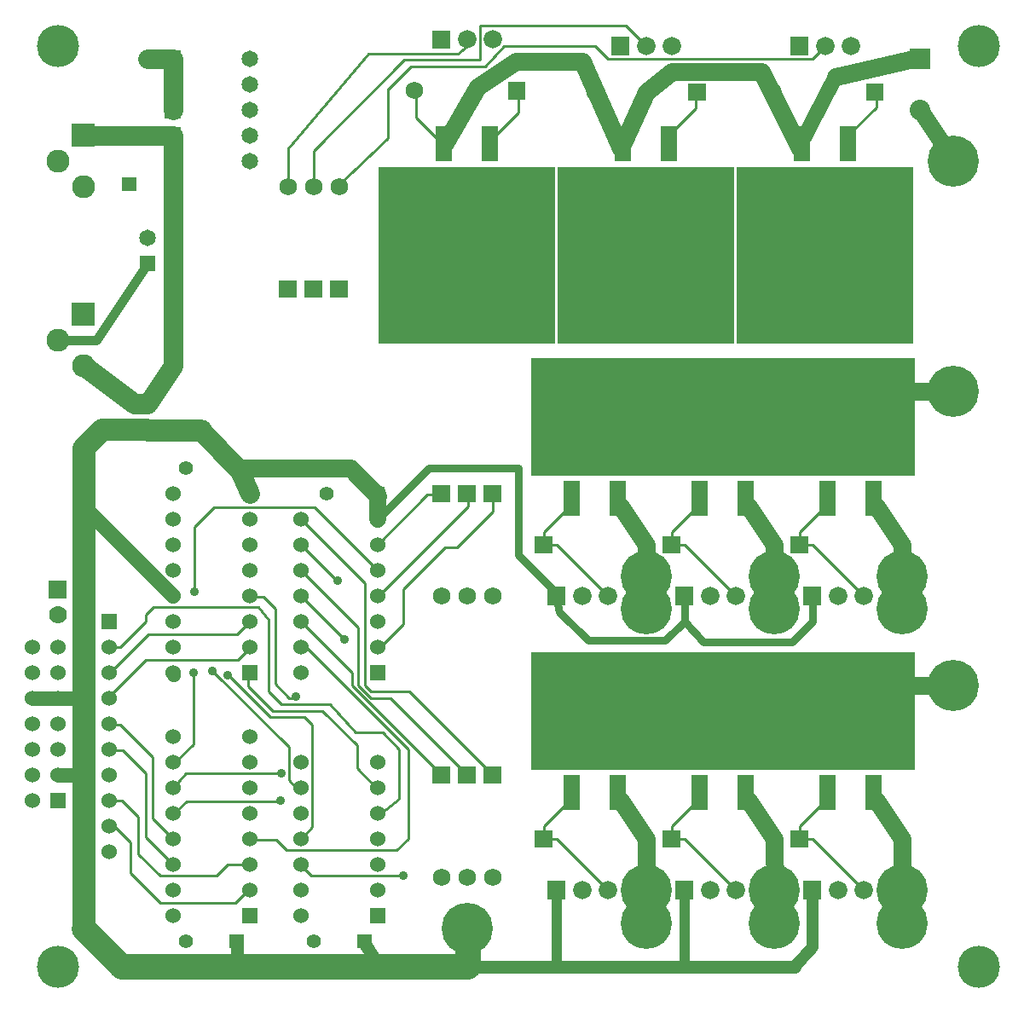
<source format=gtl>
G04 start of page 2 for group 0 idx 0 *
G04 Title: (unknown), top *
G04 Creator: pcb 20110918 *
G04 CreationDate: Wed 30 Apr 2014 02:45:54 GMT UTC *
G04 For: ksarkies *
G04 Format: Gerber/RS-274X *
G04 PCB-Dimensions: 390000 390000 *
G04 PCB-Coordinate-Origin: lower left *
%MOIN*%
%FSLAX25Y25*%
%LNTOP*%
%ADD42C,0.0280*%
%ADD41C,0.0840*%
%ADD40C,0.0380*%
%ADD39C,0.0420*%
%ADD38C,0.1240*%
%ADD37C,0.0200*%
%ADD36C,0.0360*%
%ADD35R,0.0630X0.0630*%
%ADD34R,0.4600X0.4600*%
%ADD33C,0.0730*%
%ADD32C,0.2000*%
%ADD31C,0.0680*%
%ADD30C,0.0040*%
%ADD29C,0.0720*%
%ADD28C,0.0001*%
%ADD27C,0.1650*%
%ADD26C,0.0550*%
%ADD25C,0.0950*%
%ADD24C,0.0900*%
%ADD23C,0.1000*%
%ADD22C,0.0850*%
%ADD21C,0.0350*%
%ADD20C,0.0800*%
%ADD19C,0.0750*%
%ADD18C,0.0600*%
%ADD17C,0.0650*%
%ADD16C,0.0400*%
%ADD15C,0.0500*%
%ADD14C,0.0450*%
%ADD13C,0.0300*%
%ADD12C,0.0700*%
%ADD11C,0.0100*%
G54D11*X295000Y172500D02*Y180000D01*
G54D12*Y172500D01*
X345000D02*Y180000D01*
X335000Y195000D01*
G54D11*X310000Y180000D02*X330000Y160000D01*
G54D12*X360000Y125000D02*X345000D01*
X295000Y180000D02*X285000Y195000D01*
G54D11*X305000Y180000D02*X310000D01*
X305000D02*Y185000D01*
G54D13*X267500Y142000D02*X302000D01*
X310000Y150000D01*
Y159500D01*
G54D11*X260000Y180000D02*X280000Y160000D01*
X305000Y185000D02*X315000Y195000D01*
G54D12*X345000Y45500D02*Y65000D01*
X335000Y80000D01*
G54D11*X305000Y70000D02*X315000Y80000D01*
G54D12*X295000Y65000D02*X285000Y80000D01*
X245000Y65000D02*X235000Y80000D01*
G54D11*X255000Y65000D02*X260000D01*
X255000Y70000D02*X265000Y80000D01*
X205000Y70000D02*X215000Y80000D01*
X305000Y65000D02*X310000D01*
X330000Y45000D02*X310000Y65000D01*
X305000D01*
G54D14*X310000Y45000D02*Y22500D01*
X303000Y15000D01*
G54D13*X160000Y210000D02*X195000D01*
Y176000D01*
G54D11*X205000Y180000D02*X210000D01*
X205000D02*Y185000D01*
X215000Y195000D01*
X165000Y199500D02*X159500D01*
X175500D02*Y195000D01*
X185000Y198000D02*Y193000D01*
X171000Y179000D01*
X166500D01*
G54D13*X260000Y150000D02*X267500Y142000D01*
X222500Y142500D02*X252500D01*
X260000Y159000D02*Y150000D01*
X252500Y142500D02*X260000Y150000D01*
G54D11*X210000Y180000D02*X230000Y160000D01*
G54D13*X195000Y176000D02*X208500Y162500D01*
X209500Y161000D02*X211000Y153500D01*
X222500Y142500D01*
G54D12*X235000Y195000D02*X245000Y180000D01*
G54D11*X255000D02*X260000D01*
X255000D02*Y185000D01*
X265000Y195000D01*
G54D12*X245000Y167500D02*Y180000D01*
Y45000D02*Y65000D01*
G54D11*X210000D02*X230000Y45000D01*
G54D15*X303000Y15000D02*X178000D01*
G54D11*X260000Y65000D02*X280000Y45000D01*
G54D16*X260000D02*Y15000D01*
G54D11*X255000Y65000D02*Y70000D01*
X305000Y65000D02*Y70000D01*
G54D12*X295500Y45000D02*X295000Y65000D01*
G54D11*X165000Y90000D02*X162500Y92500D01*
G54D12*X352500Y370500D02*X319000Y363000D01*
G54D17*X362500Y334500D02*X352500Y349500D01*
G54D11*X335000Y356000D02*Y351000D01*
X324500Y340500D01*
X310000Y370000D02*X315000Y375000D01*
G54D18*X319000Y363000D02*X305000Y336000D01*
G54D11*X295500Y357000D02*Y349500D01*
X305000Y340000D01*
G54D12*Y335000D02*X290000Y365000D01*
X359000Y240000D02*X344000D01*
G54D19*X60000Y370000D02*Y350000D01*
Y340000D02*Y265000D01*
Y370000D02*X50000D01*
X60000Y340000D02*X25000D01*
X60000Y265000D02*Y250000D01*
G54D20*X45000Y235000D02*X25000Y250000D01*
G54D21*X15000Y260000D02*X30000D01*
X50000Y290000D01*
G54D11*X180000Y369500D02*Y383000D01*
X182000Y367000D02*X189500Y375000D01*
G54D12*X194000Y369000D02*X179000Y359000D01*
G54D11*X180000Y383000D02*X237000D01*
X189500Y375000D02*X225000D01*
G54D12*X220000Y369000D02*X194000D01*
G54D11*X237000Y383000D02*X245000Y375000D01*
X225000D02*X230000Y370000D01*
X225000Y357000D02*Y350500D01*
X235000Y340000D01*
G54D12*Y335000D02*X220000Y369000D01*
G54D11*X195000Y355000D02*Y349000D01*
X184000Y338000D01*
G54D19*X60000Y250000D02*X50000Y235000D01*
G54D20*X45000D01*
G54D22*X50500Y224500D02*X71000D01*
G54D19*X90000Y200000D02*X86000Y209000D01*
G54D20*X71000Y224500D02*X86000Y209000D01*
G54D12*X85500Y210000D02*X129500D01*
X140000Y199000D01*
G54D17*Y200000D02*Y190000D01*
G54D13*X160000Y210000D01*
G54D11*X76000Y194500D02*X115500D01*
X230000Y370000D02*X310000D01*
G54D12*X290000Y365000D02*X255000D01*
X245000Y357000D01*
X235000Y335000D01*
G54D11*X255000D03*
X264500Y356500D02*Y350500D01*
X254500Y340500D01*
X105000Y320000D02*Y335000D01*
X115000Y317500D02*Y334000D01*
X91000Y339500D02*X92000D01*
X124000Y319000D02*Y320000D01*
X136500Y372000D02*X171500D01*
X175000Y375000D01*
X150500Y369500D02*X180000D01*
X153000Y367000D02*X182000D01*
X105000Y335000D02*X136500Y372000D01*
X124000Y320000D02*X144000Y339000D01*
Y358000D01*
D03*
X115000Y334000D02*X150500Y369500D01*
G54D12*X179000Y359000D02*X166500Y337000D01*
G54D11*X155000Y357000D02*Y347000D01*
X165000Y337000D01*
X144000Y358000D02*X153000Y367000D01*
X205000Y65000D02*X210000D01*
G54D16*Y45000D02*Y15000D01*
G54D23*X175000Y30000D02*X175500Y17500D01*
G54D11*X205000Y65000D02*Y70000D01*
X52000Y97000D02*Y73000D01*
X49500Y90500D02*Y65500D01*
X52000Y73000D02*X60000Y65000D01*
G54D24*X25000Y90000D02*Y30000D01*
G54D11*X35000Y80000D02*X40000D01*
X46500Y73500D01*
Y59000D01*
X35000Y69500D02*X37500D01*
X43500Y63500D02*Y51500D01*
G54D25*X25000Y30000D02*X40000Y15000D01*
G54D11*X43500Y51500D02*X55000Y40000D01*
X65500Y79500D02*X60500Y75000D01*
X65000Y90500D02*X60000Y85000D01*
Y94500D02*X60500D01*
X68000Y102000D01*
G54D23*X175500Y15000D02*X60000D01*
G54D15*X135000Y24000D02*X140000Y16000D01*
X140500Y15500D01*
X85000Y24500D02*Y14500D01*
G54D11*X150000Y50500D02*X114000D01*
X148500Y100000D02*Y80500D01*
X152000Y65000D02*Y100000D01*
X148500Y80500D02*X140000Y74000D01*
X104500Y60500D02*X147500D01*
X152000Y65000D01*
X142000Y106500D02*X148500Y100000D01*
X162500Y92500D02*X130000Y125000D01*
X175000Y90000D02*X145000Y120000D01*
X185000Y90000D02*X152500Y122500D01*
X137500D02*X135000Y125000D01*
X132000Y101500D02*Y92500D01*
X114500Y69500D02*Y109500D01*
X111500Y112500D01*
X105500Y88000D02*Y101000D01*
X132000Y92500D02*X140500Y84000D01*
Y84500D01*
X109500Y85000D02*X108500D01*
X110000D02*X108000D01*
X109500Y84000D02*X109000D01*
X105500Y88000D01*
X145000Y120000D02*X137500D01*
X132500Y125000D01*
X152500Y122500D02*X137500D01*
X102500Y117500D02*X97500Y122500D01*
X108000Y120000D02*X105500D01*
X111500Y112500D02*X98000D01*
G54D23*X40000Y15000D02*X60000D01*
G54D11*X114000Y50500D02*X110000Y54500D01*
Y65000D02*X114500Y69500D01*
X90500Y64500D02*X100500D01*
X104500Y60500D01*
X49500Y65500D02*X60500Y54500D01*
X46500Y59000D02*X55000Y50500D01*
X77000D01*
X37500Y69500D02*X43500Y63500D01*
X55000Y40000D02*X84500D01*
X90000Y45500D01*
X77000Y50500D02*X81500Y55000D01*
X90500D01*
X101500Y79500D02*X65500D01*
X102500Y90500D02*X65000D01*
G54D22*X50000Y225000D02*X32500D01*
X25000Y217500D01*
G54D26*X15000Y120000D02*X5000D01*
X25000D02*X15000D01*
G54D11*X35500Y109500D02*X39500D01*
X52000Y97000D01*
X35000Y99500D02*X40500D01*
X49500Y90500D01*
X35000Y120000D02*Y120500D01*
G54D24*X25000Y217500D02*Y90000D01*
G54D11*X35000Y120500D02*X49500Y135000D01*
X35000Y130000D02*X35500D01*
X50500Y145000D01*
G54D26*X25000Y90000D02*X15000D01*
G54D18*X60000Y160000D02*X26000Y194000D01*
G54D15*X60000Y129000D02*X60500D01*
G54D11*X49500Y135000D02*X85500D01*
X50500Y145000D02*X85000D01*
X89500Y129500D02*Y124500D01*
X97500Y122500D02*Y150500D01*
X100000Y125500D02*Y155000D01*
X35000Y140000D02*X39500D01*
X49500Y150000D01*
Y152500D01*
X52500Y155500D01*
X85500Y135000D02*X90000Y139500D01*
X85000Y145000D02*X90000Y150000D01*
X52500Y155500D02*X93500D01*
X97500Y150500D01*
X102500Y117500D02*X121500D01*
X99000Y115000D02*X118500D01*
X105500Y120000D02*X100000Y125500D01*
X89500Y124500D02*X99000Y115000D01*
X98000Y112500D02*X82000Y128500D01*
X105500Y101000D02*X75500Y130500D01*
X68000Y102000D02*Y130000D01*
X159500Y199500D02*X140000Y180000D01*
X175500Y195000D02*X140000Y159500D01*
X166500Y179000D02*X150000Y162500D01*
Y149000D01*
X140000Y139000D01*
X132500Y147500D02*X110000Y170000D01*
X100000Y155000D02*X95500Y159500D01*
X90500D01*
X125000Y166000D02*X124000D01*
X135000Y165000D02*X110000Y190000D01*
X68500Y161500D02*Y187000D01*
X76000Y194500D01*
X115500D02*X140500Y169500D01*
X124000Y166000D02*X110000Y180000D01*
X121500Y117500D02*X131500Y106500D01*
X118500Y115000D02*X132000Y101500D01*
X131500Y106500D02*X142000D01*
X152000Y100000D02*X112000Y140000D01*
X130000Y125000D02*Y130000D01*
X132500Y125000D02*Y147500D01*
X135000Y125000D02*Y165000D01*
X130000Y130000D02*X110000Y150000D01*
X112000Y140000D02*X110500D01*
Y159000D02*X111000D01*
X127000Y143000D01*
G54D27*X15000Y375000D03*
G54D28*G36*
X56750Y363250D02*Y356750D01*
X63250D01*
Y363250D01*
X56750D01*
G37*
G36*
X47500Y342500D02*Y337500D01*
X52500D01*
Y342500D01*
X47500D01*
G37*
G36*
X20500Y344500D02*Y335500D01*
X29500D01*
Y344500D01*
X20500D01*
G37*
G54D24*X15000Y330000D03*
X25000Y320000D03*
G54D28*G36*
X40250Y323750D02*Y318250D01*
X45750D01*
Y323750D01*
X40250D01*
G37*
G54D26*X43000Y341000D03*
G54D15*X50000Y370000D03*
G54D28*G36*
X56750Y373250D02*Y366750D01*
X63250D01*
Y373250D01*
X56750D01*
G37*
G36*
Y353250D02*Y346750D01*
X63250D01*
Y353250D01*
X56750D01*
G37*
G36*
Y333250D02*Y326750D01*
X63250D01*
Y333250D01*
X56750D01*
G37*
G36*
Y343250D02*Y336750D01*
X63250D01*
Y343250D01*
X56750D01*
G37*
G36*
X348000Y374000D02*Y366000D01*
X356000D01*
Y374000D01*
X348000D01*
G37*
G54D27*X375000Y375000D03*
G54D20*X352000Y350000D03*
G54D29*X325000Y375000D03*
G54D30*X335000Y285000D03*
G54D28*G36*
X331100Y360400D02*Y353600D01*
X337900D01*
Y360400D01*
X331100D01*
G37*
G54D17*X90000Y360000D03*
G54D28*G36*
X101600Y283400D02*Y276600D01*
X108400D01*
Y283400D01*
X101600D01*
G37*
G54D31*X105000Y320000D03*
G54D28*G36*
X111600Y283400D02*Y276600D01*
X118400D01*
Y283400D01*
X111600D01*
G37*
G54D31*X115000Y320000D03*
G54D28*G36*
X121600Y283400D02*Y276600D01*
X128400D01*
Y283400D01*
X121600D01*
G37*
G54D31*X125000Y320000D03*
G54D17*X90000Y370000D03*
Y350000D03*
Y340000D03*
Y330000D03*
G54D28*G36*
X161400Y381100D02*Y373900D01*
X168600D01*
Y381100D01*
X161400D01*
G37*
G54D29*X175000Y377500D03*
X185000D03*
G54D30*X195000Y285000D03*
X155000D03*
G54D28*G36*
X191100Y360900D02*Y354100D01*
X197900D01*
Y360900D01*
X191100D01*
G37*
G54D31*X154500Y357500D03*
G54D32*X365000Y330000D03*
Y240000D03*
G54D28*G36*
X231400Y378600D02*Y371400D01*
X238600D01*
Y378600D01*
X231400D01*
G37*
G54D29*X245000Y375000D03*
X255000D03*
G54D28*G36*
X301400Y378600D02*Y371400D01*
X308600D01*
Y378600D01*
X301400D01*
G37*
G54D29*X315000Y375000D03*
G54D30*X305000Y240000D03*
X345000D03*
X255000D03*
X295000D03*
X205000D03*
X245000D03*
X295000Y285000D03*
X265000D03*
X225000D03*
G54D28*G36*
X261600Y360400D02*Y353600D01*
X268400D01*
Y360400D01*
X261600D01*
G37*
G54D31*X225000Y357000D03*
G54D33*X294500D03*
G54D28*G36*
X20500Y274500D02*Y265500D01*
X29500D01*
Y274500D01*
X20500D01*
G37*
G54D24*X15000Y260000D03*
X25000Y250000D03*
G54D18*X35000Y80000D03*
Y70000D03*
G54D28*G36*
X12000Y83000D02*Y77000D01*
X18000D01*
Y83000D01*
X12000D01*
G37*
G54D18*X5000Y80000D03*
X15000Y90000D03*
X5000D03*
G54D27*X15000Y15000D03*
G54D18*Y100000D03*
X5000D03*
X15000Y110000D03*
X5000D03*
X15000Y120000D03*
X5000D03*
X15000Y130000D03*
X5000D03*
X15000Y140000D03*
X5000D03*
X35000Y120000D03*
Y110000D03*
Y100000D03*
Y90000D03*
G54D28*G36*
X32000Y153000D02*Y147000D01*
X38000D01*
Y153000D01*
X32000D01*
G37*
G54D18*X35000Y140000D03*
Y130000D03*
G54D28*G36*
X11500Y166000D02*Y159000D01*
X18500D01*
Y166000D01*
X11500D01*
G37*
G54D12*X15000Y152500D03*
G54D18*X60000Y140000D03*
Y130000D03*
X35000Y60000D03*
X60000Y65000D03*
Y55000D03*
X90000Y75000D03*
Y85000D03*
Y95000D03*
Y105000D03*
X60000D03*
Y95000D03*
Y85000D03*
Y75000D03*
Y45000D03*
Y35000D03*
G54D28*G36*
X87000Y38000D02*Y32000D01*
X93000D01*
Y38000D01*
X87000D01*
G37*
G54D18*X90000Y45000D03*
Y55000D03*
Y65000D03*
G54D28*G36*
X82250Y27750D02*Y22250D01*
X87750D01*
Y27750D01*
X82250D01*
G37*
G54D26*X65000Y25000D03*
G54D32*X365000Y125000D03*
X345000Y155000D03*
Y167500D03*
G54D30*Y125000D03*
G54D28*G36*
X306400Y163600D02*Y156400D01*
X313600D01*
Y163600D01*
X306400D01*
G37*
G54D29*X320000Y160000D03*
X330000D03*
G54D31*X345000Y180000D03*
G54D27*X375000Y15000D03*
G54D32*X345000Y32000D03*
Y45000D03*
X295000Y32000D03*
G54D29*X270000Y45000D03*
X280000D03*
G54D32*X295000D03*
G54D28*G36*
X306400Y48600D02*Y41400D01*
X313600D01*
Y48600D01*
X306400D01*
G37*
G54D29*X320000Y45000D03*
X330000D03*
G54D32*X245000Y32000D03*
Y45000D03*
G54D28*G36*
X256400Y48600D02*Y41400D01*
X263600D01*
Y48600D01*
X256400D01*
G37*
G54D31*X245000Y65000D03*
G54D28*G36*
X251600Y68400D02*Y61600D01*
X258400D01*
Y68400D01*
X251600D01*
G37*
G36*
X301600D02*Y61600D01*
X308400D01*
Y68400D01*
X301600D01*
G37*
G54D31*X295000Y65000D03*
X345000D03*
G54D28*G36*
X206400Y163600D02*Y156400D01*
X213600D01*
Y163600D01*
X206400D01*
G37*
G54D31*X185000Y160000D03*
X175000D03*
X165000D03*
G54D29*X220000D03*
G54D30*X205000Y125000D03*
G54D28*G36*
X181600Y203400D02*Y196600D01*
X188400D01*
Y203400D01*
X181600D01*
G37*
G36*
X171600D02*Y196600D01*
X178400D01*
Y203400D01*
X171600D01*
G37*
G36*
X161600D02*Y196600D01*
X168400D01*
Y203400D01*
X161600D01*
G37*
G36*
X171600Y93400D02*Y86600D01*
X178400D01*
Y93400D01*
X171600D01*
G37*
G36*
X181600D02*Y86600D01*
X188400D01*
Y93400D01*
X181600D01*
G37*
G36*
X161600D02*Y86600D01*
X168400D01*
Y93400D01*
X161600D01*
G37*
G36*
X201600Y183400D02*Y176600D01*
X208400D01*
Y183400D01*
X201600D01*
G37*
G36*
X137250Y202750D02*Y197250D01*
X142750D01*
Y202750D01*
X137250D01*
G37*
G54D26*X120000Y200000D03*
G54D28*G36*
X206400Y48600D02*Y41400D01*
X213600D01*
Y48600D01*
X206400D01*
G37*
G54D31*X175000Y50000D03*
X185000D03*
G54D29*X220000Y45000D03*
X230000D03*
G54D31*X165000Y50000D03*
G54D28*G36*
X201600Y68400D02*Y61600D01*
X208400D01*
Y68400D01*
X201600D01*
G37*
G36*
X137000Y38000D02*Y32000D01*
X143000D01*
Y38000D01*
X137000D01*
G37*
G54D18*X140000Y45000D03*
Y55000D03*
Y65000D03*
Y75000D03*
Y85000D03*
X110000D03*
X140000Y95000D03*
X110000D03*
Y75000D03*
Y65000D03*
Y55000D03*
Y45000D03*
Y35000D03*
G54D28*G36*
X132250Y27750D02*Y22250D01*
X137750D01*
Y27750D01*
X132250D01*
G37*
G54D26*X115000Y25000D03*
G54D32*X245000Y155000D03*
Y167500D03*
G54D28*G36*
X256400Y163600D02*Y156400D01*
X263600D01*
Y163600D01*
X256400D01*
G37*
G54D30*X255000Y125000D03*
X245000D03*
G54D29*X230000Y160000D03*
G54D32*X295000Y155000D03*
Y167500D03*
G54D29*X270000Y160000D03*
X280000D03*
G54D30*X305000Y125000D03*
X295000D03*
G54D28*G36*
X301600Y183400D02*Y176600D01*
X308400D01*
Y183400D01*
X301600D01*
G37*
G36*
X251600D02*Y176600D01*
X258400D01*
Y183400D01*
X251600D01*
G37*
G54D31*X245000Y180000D03*
X295000D03*
G54D32*X175000Y30000D03*
G54D28*G36*
X137000Y133000D02*Y127000D01*
X143000D01*
Y133000D01*
X137000D01*
G37*
G54D18*X140000Y140000D03*
Y150000D03*
Y160000D03*
Y170000D03*
Y180000D03*
Y190000D03*
X110000D03*
Y180000D03*
Y170000D03*
Y160000D03*
Y150000D03*
Y140000D03*
Y130000D03*
G54D28*G36*
X87000Y133000D02*Y127000D01*
X93000D01*
Y133000D01*
X87000D01*
G37*
G54D18*X90000Y140000D03*
Y150000D03*
Y160000D03*
Y170000D03*
Y180000D03*
Y190000D03*
Y200000D03*
G54D28*G36*
X82250Y212750D02*Y207250D01*
X87750D01*
Y212750D01*
X82250D01*
G37*
G36*
X47000Y238000D02*Y232000D01*
X53000D01*
Y238000D01*
X47000D01*
G37*
G36*
Y293000D02*Y287000D01*
X53000D01*
Y293000D01*
X47000D01*
G37*
G54D17*X50000Y300000D03*
G54D18*Y225000D03*
X60000Y200000D03*
Y190000D03*
Y180000D03*
Y170000D03*
Y160000D03*
Y150000D03*
G54D26*X65000Y210000D03*
G54D34*X323000Y230000D02*X327000D01*
G54D35*X334055Y201889D02*Y194400D01*
X315945Y201889D02*Y194400D01*
G54D34*X273000Y230000D02*X277000D01*
G54D35*X284055Y201889D02*Y194400D01*
X265945Y201889D02*Y194400D01*
G54D34*X223000Y230000D02*X227000D01*
G54D35*X234055Y201889D02*Y194400D01*
X215945Y201889D02*Y194400D01*
G54D28*G36*
X280500Y327500D02*Y258500D01*
X349500D01*
Y327500D01*
X280500D01*
G37*
G36*
X210500D02*Y258500D01*
X279500D01*
Y327500D01*
X210500D01*
G37*
G36*
X140500D02*Y258500D01*
X209500D01*
Y327500D01*
X140500D01*
G37*
G54D35*X305945Y340600D02*Y333111D01*
X235945Y340600D02*Y333111D01*
X254055Y340600D02*Y333111D01*
X165945Y340600D02*Y333111D01*
X184055Y340600D02*Y333111D01*
X324055Y340600D02*Y333111D01*
G54D34*X323000Y115000D02*X327000D01*
G54D35*X334055Y86889D02*Y79400D01*
X315945Y86889D02*Y79400D01*
G54D34*X273000Y115000D02*X277000D01*
X223000D02*X227000D01*
G54D35*X284055Y86889D02*Y79400D01*
X265945Y86889D02*Y79400D01*
X234055Y86889D02*Y79400D01*
X215945Y86889D02*Y79400D01*
G54D36*X108000Y120500D03*
X75500Y130500D03*
X81500Y129000D03*
X68000Y130000D03*
X150000Y50500D03*
X102000Y80000D03*
X102500Y90500D03*
X68500Y161500D03*
X127000Y143000D03*
X124500Y166000D03*
G54D37*G54D38*G54D16*G54D18*G54D13*G54D16*G54D38*G54D16*G54D39*G54D16*G54D40*G54D16*G54D40*G54D16*G54D39*G54D16*G54D40*G54D41*G54D39*G54D16*G54D40*G54D18*G54D42*G54D40*G54D38*G54D40*G54D42*G54D13*G54D41*G54D16*G54D39*G54D40*G54D38*G54D41*G54D39*G54D41*G54D39*G54D41*G54D39*G54D40*G54D39*G54D40*G54D39*G54D16*G54D40*G54D13*G54D39*G54D40*G54D39*G54D40*G54D42*G54D13*G54D41*G54D39*G54D16*G54D39*G54D41*G54D39*G54D16*G54D40*G54D41*G54D42*G54D13*G54D42*G54D13*M02*

</source>
